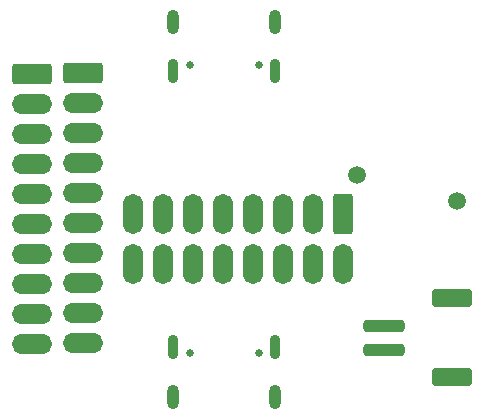
<source format=gbs>
G04 #@! TF.GenerationSoftware,KiCad,Pcbnew,9.0.1-unknown-1000.20250414git3fadd20.fc41*
G04 #@! TF.CreationDate,2025-04-20T13:29:54-07:00*
G04 #@! TF.ProjectId,usb-pd-plank,7573622d-7064-42d7-906c-616e6b2e6b69,rev?*
G04 #@! TF.SameCoordinates,Original*
G04 #@! TF.FileFunction,Soldermask,Bot*
G04 #@! TF.FilePolarity,Negative*
%FSLAX46Y46*%
G04 Gerber Fmt 4.6, Leading zero omitted, Abs format (unit mm)*
G04 Created by KiCad (PCBNEW 9.0.1-unknown-1000.20250414git3fadd20.fc41) date 2025-04-20 13:29:54*
%MOMM*%
%LPD*%
G01*
G04 APERTURE LIST*
G04 Aperture macros list*
%AMRoundRect*
0 Rectangle with rounded corners*
0 $1 Rounding radius*
0 $2 $3 $4 $5 $6 $7 $8 $9 X,Y pos of 4 corners*
0 Add a 4 corners polygon primitive as box body*
4,1,4,$2,$3,$4,$5,$6,$7,$8,$9,$2,$3,0*
0 Add four circle primitives for the rounded corners*
1,1,$1+$1,$2,$3*
1,1,$1+$1,$4,$5*
1,1,$1+$1,$6,$7*
1,1,$1+$1,$8,$9*
0 Add four rect primitives between the rounded corners*
20,1,$1+$1,$2,$3,$4,$5,0*
20,1,$1+$1,$4,$5,$6,$7,0*
20,1,$1+$1,$6,$7,$8,$9,0*
20,1,$1+$1,$8,$9,$2,$3,0*%
G04 Aperture macros list end*
%ADD10C,0.650000*%
%ADD11O,0.900000X2.100000*%
%ADD12O,1.000000X2.100000*%
%ADD13RoundRect,0.250000X-1.450000X-0.600000X1.450000X-0.600000X1.450000X0.600000X-1.450000X0.600000X0*%
%ADD14O,3.400000X1.700000*%
%ADD15RoundRect,0.250000X-0.600000X1.450000X-0.600000X-1.450000X0.600000X-1.450000X0.600000X1.450000X0*%
%ADD16O,1.700000X3.400000*%
%ADD17C,1.500000*%
%ADD18RoundRect,0.250000X-1.500000X0.250000X-1.500000X-0.250000X1.500000X-0.250000X1.500000X0.250000X0*%
%ADD19RoundRect,0.250001X-1.449999X0.499999X-1.449999X-0.499999X1.449999X-0.499999X1.449999X0.499999X0*%
G04 APERTURE END LIST*
D10*
G04 #@! TO.C,J2*
X49110000Y-112190000D03*
X54890000Y-112190000D03*
D11*
X47680000Y-111690000D03*
D12*
X47680000Y-115870000D03*
D11*
X56320000Y-111690000D03*
D12*
X56320000Y-115870000D03*
G04 #@! TD*
D13*
G04 #@! TO.C,J3*
X35675000Y-88550000D03*
D14*
X35675000Y-91090000D03*
X35675000Y-93630000D03*
X35675000Y-96170000D03*
X35675000Y-98710000D03*
X35675000Y-101250000D03*
X35675000Y-103790000D03*
X35675000Y-106330000D03*
X35675000Y-108870000D03*
X35675000Y-111410000D03*
G04 #@! TD*
D10*
G04 #@! TO.C,J1*
X54890000Y-87810000D03*
X49110000Y-87810000D03*
D11*
X56320000Y-88310000D03*
D12*
X56320000Y-84130000D03*
D11*
X47680000Y-88310000D03*
D12*
X47680000Y-84130000D03*
G04 #@! TD*
D15*
G04 #@! TO.C,J5*
X62000000Y-100380000D03*
D16*
X62000000Y-104620000D03*
X59460000Y-100380000D03*
X59460000Y-104620000D03*
X56920000Y-100380000D03*
X56920000Y-104620000D03*
X54380000Y-100380000D03*
X54380000Y-104620000D03*
X51840000Y-100380000D03*
X51840000Y-104620000D03*
X49300000Y-100380000D03*
X49300000Y-104620000D03*
X46760000Y-100380000D03*
X46760000Y-104620000D03*
X44220000Y-100380000D03*
X44220000Y-104620000D03*
G04 #@! TD*
D13*
G04 #@! TO.C,J4*
X40050000Y-88500000D03*
D14*
X40050000Y-91040000D03*
X40050000Y-93580000D03*
X40050000Y-96120000D03*
X40050000Y-98660000D03*
X40050000Y-101200000D03*
X40050000Y-103740000D03*
X40050000Y-106280000D03*
X40050000Y-108820000D03*
X40050000Y-111360000D03*
G04 #@! TD*
D17*
G04 #@! TO.C,TP2*
X63200000Y-97100000D03*
G04 #@! TD*
G04 #@! TO.C,TP1*
X71700000Y-99300000D03*
G04 #@! TD*
D18*
G04 #@! TO.C,J6*
X65550000Y-109900000D03*
X65550000Y-111900000D03*
D19*
X71300000Y-107550000D03*
X71300000Y-114250000D03*
G04 #@! TD*
M02*

</source>
